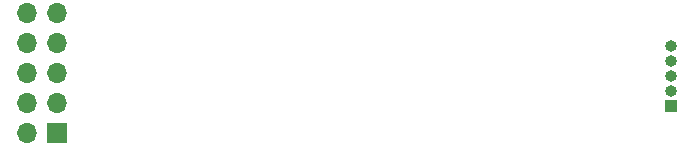
<source format=gbr>
%TF.GenerationSoftware,KiCad,Pcbnew,(6.0.2)*%
%TF.CreationDate,2023-02-06T19:57:10-08:00*%
%TF.ProjectId,SWD_to_v4WF_Cable,5357445f-746f-45f7-9634-57465f436162,rev?*%
%TF.SameCoordinates,Original*%
%TF.FileFunction,Soldermask,Bot*%
%TF.FilePolarity,Negative*%
%FSLAX46Y46*%
G04 Gerber Fmt 4.6, Leading zero omitted, Abs format (unit mm)*
G04 Created by KiCad (PCBNEW (6.0.2)) date 2023-02-06 19:57:10*
%MOMM*%
%LPD*%
G01*
G04 APERTURE LIST*
%ADD10R,1.700000X1.700000*%
%ADD11O,1.700000X1.700000*%
%ADD12R,1.000000X1.000000*%
%ADD13O,1.000000X1.000000*%
G04 APERTURE END LIST*
D10*
%TO.C,J2*%
X132250000Y-64425000D03*
D11*
X129710000Y-64425000D03*
X132250000Y-61885000D03*
X129710000Y-61885000D03*
X132250000Y-59345000D03*
X129710000Y-59345000D03*
X132250000Y-56805000D03*
X129710000Y-56805000D03*
X132250000Y-54265000D03*
X129710000Y-54265000D03*
%TD*%
D12*
%TO.C,J1*%
X184275000Y-62135000D03*
D13*
X184275000Y-60865000D03*
X184275000Y-59595000D03*
X184275000Y-58325000D03*
X184275000Y-57055000D03*
%TD*%
M02*

</source>
